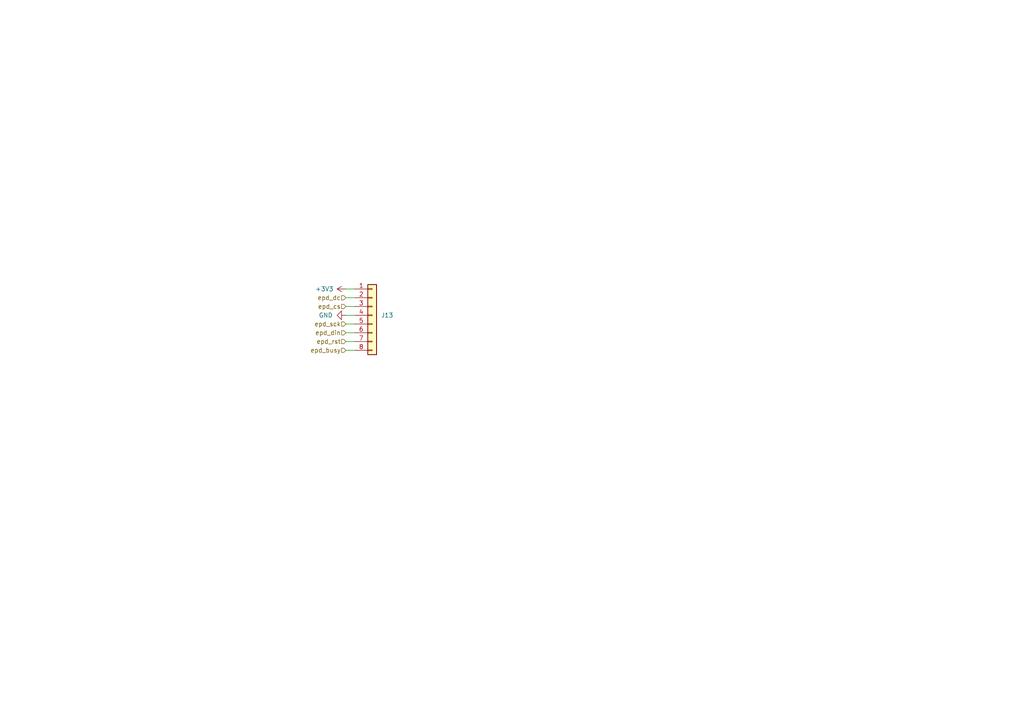
<source format=kicad_sch>
(kicad_sch (version 20211123) (generator eeschema)
  (paper "A4")
  (title_block (title "e-paper hat connector to main board") (date "2023-01-13") (rev "0.1") (company "DjenaDev"))
  (lib_symbols
    (symbol "Connector_Generic:Conn_01x08" (pin_names (offset 1.016) hide)
      (property "Reference" "J" (at 0 10.16 0))
      (property "Value" "Conn_01x08" (at 0 -12.7 0))
      (symbol "Conn_01x08_1_1"
        (rectangle (start -1.27 -10.033) (end 0 -10.287) (stroke (width 0.1524)))
        (rectangle (start -1.27 -7.493) (end 0 -7.747) (stroke (width 0.1524)))
        (rectangle (start -1.27 -4.953) (end 0 -5.207) (stroke (width 0.1524)))
        (rectangle (start -1.27 -2.413) (end 0 -2.667) (stroke (width 0.1524)))
        (rectangle (start -1.27 0.127) (end 0 -0.127) (stroke (width 0.1524)))
        (rectangle (start -1.27 2.667) (end 0 2.413) (stroke (width 0.1524)))
        (rectangle (start -1.27 5.207) (end 0 4.953) (stroke (width 0.1524)))
        (rectangle (start -1.27 7.747) (end 0 7.493) (stroke (width 0.1524)))
        (rectangle (start -1.27 8.89) (end 1.27 -11.43) (stroke (width 0.254)) (fill (type background)))
        (pin passive line (at -5.08 7.62 0) (length 3.81) (name "Pin_1") (number "1"))
        (pin passive line (at -5.08 5.08 0) (length 3.81) (name "Pin_2") (number "2"))
        (pin passive line (at -5.08 2.54 0) (length 3.81) (name "Pin_3") (number "3"))
        (pin passive line (at -5.08 0 0) (length 3.81) (name "Pin_4") (number "4"))
        (pin passive line (at -5.08 -2.54 0) (length 3.81) (name "Pin_5") (number "5"))
        (pin passive line (at -5.08 -5.08 0) (length 3.81) (name "Pin_6") (number "6"))
        (pin passive line (at -5.08 -7.62 0) (length 3.81) (name "Pin_7") (number "7"))
        (pin passive line (at -5.08 -10.16 0) (length 3.81) (name "Pin_8") (number "8"))
      )
    )
    (symbol "power:+3V3" (power) (pin_names (offset 0))
      (property "Value" "+3V3" (at 0 3.556 0))
      (symbol "+3V3_0_1"
        (polyline (pts (xy -0.762 1.27) (xy 0 2.54)))
        (polyline (pts (xy 0 0) (xy 0 2.54)))
        (polyline (pts (xy 0 2.54) (xy 0.762 1.27)))
      )
      (symbol "+3V3_1_1"
        (pin power_in line (at 0 0 90) (length 0) hide (name "+3V3") (number "1"))
      )
    )
    (symbol "power:GND" (power) (pin_names (offset 0))
      (property "Value" "GND" (at 0 -3.81 0))
      (symbol "GND_0_1"
        (polyline (pts (xy 0 0) (xy 0 -1.27) (xy 1.27 -1.27) (xy 0 -2.54) (xy -1.27 -1.27) (xy 0 -1.27)))
      )
      (symbol "GND_1_1"
        (pin power_in line (at 0 0 270) (length 0) hide (name "GND") (number "1"))
      )
    )
  )
  (wire (pts (xy 100.33 86.36) (xy 102.87 86.36)))
  (wire (pts (xy 100.33 93.98) (xy 102.87 93.98)))
  (wire (pts (xy 100.33 83.82) (xy 102.87 83.82)))
  (wire (pts (xy 100.33 96.52) (xy 102.87 96.52)))
  (wire (pts (xy 100.33 88.9) (xy 102.87 88.9)))
  (wire (pts (xy 100.33 91.44) (xy 102.87 91.44)))
  (wire (pts (xy 100.33 99.06) (xy 102.87 99.06)))
  (wire (pts (xy 100.33 101.6) (xy 102.87 101.6)))
  (hierarchical_label "epd_cs" (shape input) (at 100.33 88.9 180))
  (hierarchical_label "epd_busy" (shape input) (at 100.33 101.6 180))
  (hierarchical_label "epd_sck" (shape input) (at 100.33 93.98 180))
  (hierarchical_label "epd_dc" (shape input) (at 100.33 86.36 180))
  (hierarchical_label "epd_din" (shape input) (at 100.33 96.52 180))
  (hierarchical_label "epd_rst" (shape input) (at 100.33 99.06 180))
  (symbol (lib_id "power:GND") (at 100.33 91.44 270) (unit 1)
    (property "Reference" "#PWR0127" (effects hide))
    (property "Value" "GND" (at 96.52 91.4399 90) (effects (justify right)))
  )
  (symbol (lib_id "Connector_Generic:Conn_01x08") (at 107.95 91.44 0) (unit 1)
    (property "Reference" "J13" (at 110.49 91.4399 0) (effects (justify left)))
    (property "Value" "Conn_01x08_epaper" (effects hide))
    (property "Footprint" "Connector_PinSocket_2.54mm:PinSocket_1x08_P2.54mm_Vertical" (effects hide))
  )
  (symbol (lib_id "power:+3V3") (at 100.33 83.82 90) (unit 1)
    (property "Reference" "#PWR01" (effects hide))
    (property "Value" "+3V3" (at 91.44 83.82 90) (effects (justify right)))
  )
)
</source>
